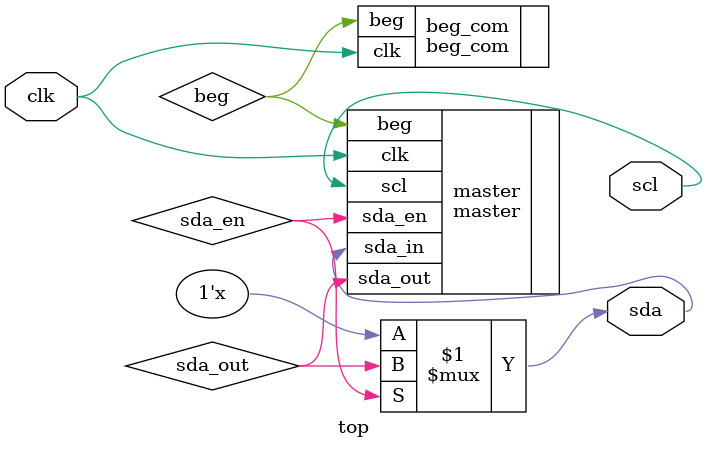
<source format=v>

module top(
    input clk,
    output sda,
    output scl
);

wire sda_out, sda_en, beg;

assign sda = (sda_en) ? sda_out: 1'bz;

beg_com beg_com(
    .clk(clk),
    .beg(beg)
);
master master(
    .scl(scl),
    .sda_out(sda_out),
    .sda_en(sda_en),
    .sda_in(sda),
    .clk(clk),
    .beg(beg)
);
endmodule
</source>
